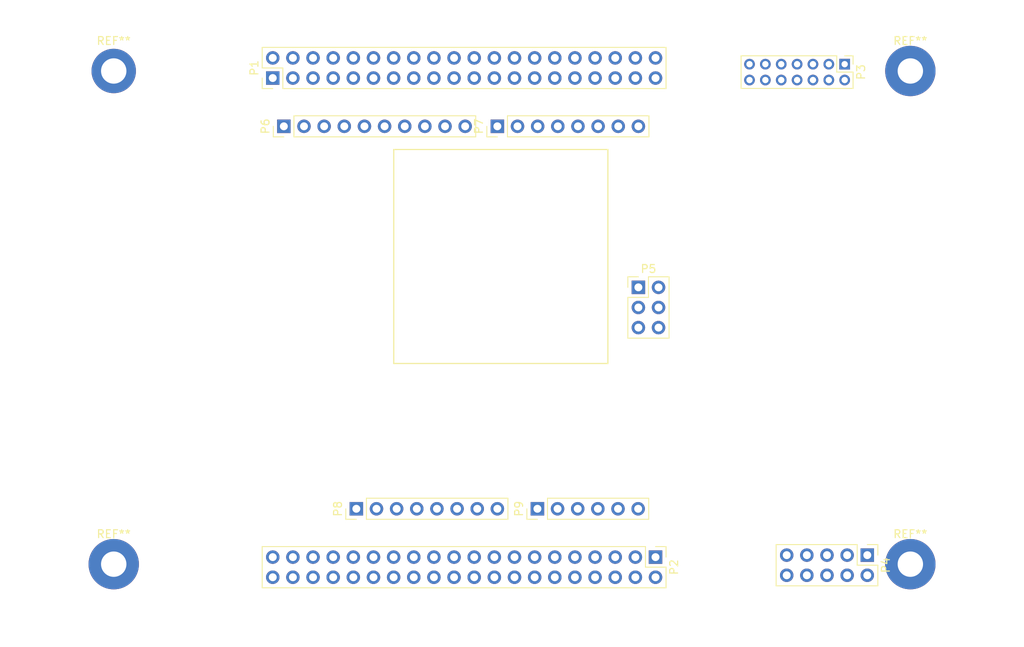
<source format=kicad_pcb>
(kicad_pcb (version 20171130) (host pcbnew "(5.1.4)-1")

  (general
    (thickness 1.6)
    (drawings 35)
    (tracks 0)
    (zones 0)
    (modules 13)
    (nets 143)
  )

  (page A4)
  (layers
    (0 F.Cu signal)
    (31 B.Cu signal)
    (32 B.Adhes user)
    (33 F.Adhes user)
    (34 B.Paste user)
    (35 F.Paste user)
    (36 B.SilkS user)
    (37 F.SilkS user)
    (38 B.Mask user)
    (39 F.Mask user)
    (40 Dwgs.User user)
    (41 Cmts.User user)
    (42 Eco1.User user)
    (43 Eco2.User user)
    (44 Edge.Cuts user)
    (45 Margin user)
    (46 B.CrtYd user)
    (47 F.CrtYd user)
    (48 B.Fab user)
    (49 F.Fab user)
  )

  (setup
    (last_trace_width 0.25)
    (trace_clearance 0.2)
    (zone_clearance 0.508)
    (zone_45_only no)
    (trace_min 0.2)
    (via_size 0.8)
    (via_drill 0.4)
    (via_min_size 0.4)
    (via_min_drill 0.3)
    (uvia_size 0.3)
    (uvia_drill 0.1)
    (uvias_allowed no)
    (uvia_min_size 0.2)
    (uvia_min_drill 0.1)
    (edge_width 0.15)
    (segment_width 0.2)
    (pcb_text_width 0.3)
    (pcb_text_size 1.5 1.5)
    (mod_edge_width 0.15)
    (mod_text_size 1 1)
    (mod_text_width 0.15)
    (pad_size 1.7 1.7)
    (pad_drill 1)
    (pad_to_mask_clearance 0.051)
    (solder_mask_min_width 0.25)
    (aux_axis_origin 64.77 110.49)
    (visible_elements 7FFFEFFF)
    (pcbplotparams
      (layerselection 0x010fc_ffffffff)
      (usegerberextensions false)
      (usegerberattributes false)
      (usegerberadvancedattributes false)
      (creategerberjobfile false)
      (excludeedgelayer true)
      (linewidth 0.100000)
      (plotframeref false)
      (viasonmask false)
      (mode 1)
      (useauxorigin false)
      (hpglpennumber 1)
      (hpglpenspeed 20)
      (hpglpendiameter 15.000000)
      (psnegative false)
      (psa4output false)
      (plotreference true)
      (plotvalue true)
      (plotinvisibletext false)
      (padsonsilk false)
      (subtractmaskfromsilk false)
      (outputformat 1)
      (mirror false)
      (drillshape 1)
      (scaleselection 1)
      (outputdirectory ""))
  )

  (net 0 "")
  (net 1 "Net-(P1-Pad1)")
  (net 2 "Net-(P1-Pad2)")
  (net 3 "Net-(P1-Pad3)")
  (net 4 "Net-(P1-Pad4)")
  (net 5 "Net-(P1-Pad5)")
  (net 6 "Net-(P1-Pad6)")
  (net 7 "Net-(P1-Pad7)")
  (net 8 "Net-(P1-Pad8)")
  (net 9 "Net-(P1-Pad9)")
  (net 10 "Net-(P1-Pad10)")
  (net 11 "Net-(P1-Pad11)")
  (net 12 "Net-(P1-Pad12)")
  (net 13 "Net-(P1-Pad13)")
  (net 14 "Net-(P1-Pad14)")
  (net 15 "Net-(P1-Pad15)")
  (net 16 "Net-(P1-Pad16)")
  (net 17 "Net-(P1-Pad17)")
  (net 18 "Net-(P1-Pad18)")
  (net 19 "Net-(P1-Pad19)")
  (net 20 "Net-(P1-Pad20)")
  (net 21 "Net-(P1-Pad21)")
  (net 22 "Net-(P1-Pad22)")
  (net 23 "Net-(P1-Pad23)")
  (net 24 "Net-(P1-Pad24)")
  (net 25 "Net-(P1-Pad25)")
  (net 26 "Net-(P1-Pad26)")
  (net 27 "Net-(P1-Pad27)")
  (net 28 "Net-(P1-Pad28)")
  (net 29 "Net-(P1-Pad29)")
  (net 30 "Net-(P1-Pad30)")
  (net 31 "Net-(P1-Pad31)")
  (net 32 "Net-(P1-Pad32)")
  (net 33 "Net-(P1-Pad33)")
  (net 34 "Net-(P1-Pad34)")
  (net 35 "Net-(P1-Pad35)")
  (net 36 "Net-(P1-Pad36)")
  (net 37 "Net-(P1-Pad37)")
  (net 38 "Net-(P1-Pad38)")
  (net 39 "Net-(P1-Pad39)")
  (net 40 "Net-(P1-Pad40)")
  (net 41 "Net-(P2-Pad40)")
  (net 42 "Net-(P2-Pad39)")
  (net 43 "Net-(P2-Pad38)")
  (net 44 "Net-(P2-Pad37)")
  (net 45 "Net-(P2-Pad36)")
  (net 46 "Net-(P2-Pad35)")
  (net 47 "Net-(P2-Pad34)")
  (net 48 "Net-(P2-Pad33)")
  (net 49 "Net-(P2-Pad32)")
  (net 50 "Net-(P2-Pad31)")
  (net 51 "Net-(P2-Pad30)")
  (net 52 "Net-(P2-Pad29)")
  (net 53 "Net-(P2-Pad28)")
  (net 54 "Net-(P2-Pad27)")
  (net 55 "Net-(P2-Pad26)")
  (net 56 "Net-(P2-Pad25)")
  (net 57 "Net-(P2-Pad24)")
  (net 58 "Net-(P2-Pad23)")
  (net 59 "Net-(P2-Pad22)")
  (net 60 "Net-(P2-Pad21)")
  (net 61 "Net-(P2-Pad20)")
  (net 62 "Net-(P2-Pad19)")
  (net 63 "Net-(P2-Pad18)")
  (net 64 "Net-(P2-Pad17)")
  (net 65 "Net-(P2-Pad16)")
  (net 66 "Net-(P2-Pad15)")
  (net 67 "Net-(P2-Pad14)")
  (net 68 "Net-(P2-Pad13)")
  (net 69 "Net-(P2-Pad12)")
  (net 70 "Net-(P2-Pad11)")
  (net 71 "Net-(P2-Pad10)")
  (net 72 "Net-(P2-Pad9)")
  (net 73 "Net-(P2-Pad8)")
  (net 74 "Net-(P2-Pad7)")
  (net 75 "Net-(P2-Pad6)")
  (net 76 "Net-(P2-Pad5)")
  (net 77 "Net-(P2-Pad4)")
  (net 78 "Net-(P2-Pad3)")
  (net 79 "Net-(P2-Pad2)")
  (net 80 "Net-(P2-Pad1)")
  (net 81 "Net-(P3-Pad1)")
  (net 82 "Net-(P3-Pad2)")
  (net 83 "Net-(P3-Pad3)")
  (net 84 "Net-(P3-Pad4)")
  (net 85 "Net-(P3-Pad5)")
  (net 86 "Net-(P3-Pad6)")
  (net 87 "Net-(P3-Pad7)")
  (net 88 "Net-(P3-Pad8)")
  (net 89 "Net-(P3-Pad9)")
  (net 90 "Net-(P3-Pad10)")
  (net 91 "Net-(P3-Pad11)")
  (net 92 "Net-(P3-Pad12)")
  (net 93 "Net-(P3-Pad13)")
  (net 94 "Net-(P3-Pad14)")
  (net 95 "Net-(P4-Pad1)")
  (net 96 "Net-(P4-Pad2)")
  (net 97 "Net-(P4-Pad3)")
  (net 98 "Net-(P4-Pad4)")
  (net 99 "Net-(P4-Pad5)")
  (net 100 "Net-(P4-Pad6)")
  (net 101 "Net-(P4-Pad7)")
  (net 102 "Net-(P4-Pad8)")
  (net 103 "Net-(P4-Pad9)")
  (net 104 "Net-(P4-Pad10)")
  (net 105 "Net-(P5-Pad1)")
  (net 106 "Net-(P5-Pad2)")
  (net 107 "Net-(P5-Pad3)")
  (net 108 "Net-(P5-Pad4)")
  (net 109 "Net-(P5-Pad5)")
  (net 110 "Net-(P5-Pad6)")
  (net 111 "Net-(P6-Pad1)")
  (net 112 "Net-(P6-Pad2)")
  (net 113 "Net-(P6-Pad3)")
  (net 114 "Net-(P6-Pad4)")
  (net 115 "Net-(P6-Pad5)")
  (net 116 "Net-(P6-Pad6)")
  (net 117 "Net-(P6-Pad7)")
  (net 118 "Net-(P6-Pad8)")
  (net 119 "Net-(P6-Pad9)")
  (net 120 "Net-(P6-Pad10)")
  (net 121 "Net-(P7-Pad8)")
  (net 122 "Net-(P7-Pad7)")
  (net 123 "Net-(P7-Pad6)")
  (net 124 "Net-(P7-Pad5)")
  (net 125 "Net-(P7-Pad4)")
  (net 126 "Net-(P7-Pad3)")
  (net 127 "Net-(P7-Pad2)")
  (net 128 "Net-(P7-Pad1)")
  (net 129 "Net-(P8-Pad1)")
  (net 130 "Net-(P8-Pad2)")
  (net 131 "Net-(P8-Pad3)")
  (net 132 "Net-(P8-Pad4)")
  (net 133 "Net-(P8-Pad5)")
  (net 134 "Net-(P8-Pad6)")
  (net 135 "Net-(P8-Pad7)")
  (net 136 "Net-(P8-Pad8)")
  (net 137 "Net-(P9-Pad1)")
  (net 138 "Net-(P9-Pad2)")
  (net 139 "Net-(P9-Pad3)")
  (net 140 "Net-(P9-Pad4)")
  (net 141 "Net-(P9-Pad5)")
  (net 142 "Net-(P9-Pad6)")

  (net_class Default "Ceci est la Netclass par défaut."
    (clearance 0.2)
    (trace_width 0.25)
    (via_dia 0.8)
    (via_drill 0.4)
    (uvia_dia 0.3)
    (uvia_drill 0.1)
    (add_net "Net-(P1-Pad1)")
    (add_net "Net-(P1-Pad10)")
    (add_net "Net-(P1-Pad11)")
    (add_net "Net-(P1-Pad12)")
    (add_net "Net-(P1-Pad13)")
    (add_net "Net-(P1-Pad14)")
    (add_net "Net-(P1-Pad15)")
    (add_net "Net-(P1-Pad16)")
    (add_net "Net-(P1-Pad17)")
    (add_net "Net-(P1-Pad18)")
    (add_net "Net-(P1-Pad19)")
    (add_net "Net-(P1-Pad2)")
    (add_net "Net-(P1-Pad20)")
    (add_net "Net-(P1-Pad21)")
    (add_net "Net-(P1-Pad22)")
    (add_net "Net-(P1-Pad23)")
    (add_net "Net-(P1-Pad24)")
    (add_net "Net-(P1-Pad25)")
    (add_net "Net-(P1-Pad26)")
    (add_net "Net-(P1-Pad27)")
    (add_net "Net-(P1-Pad28)")
    (add_net "Net-(P1-Pad29)")
    (add_net "Net-(P1-Pad3)")
    (add_net "Net-(P1-Pad30)")
    (add_net "Net-(P1-Pad31)")
    (add_net "Net-(P1-Pad32)")
    (add_net "Net-(P1-Pad33)")
    (add_net "Net-(P1-Pad34)")
    (add_net "Net-(P1-Pad35)")
    (add_net "Net-(P1-Pad36)")
    (add_net "Net-(P1-Pad37)")
    (add_net "Net-(P1-Pad38)")
    (add_net "Net-(P1-Pad39)")
    (add_net "Net-(P1-Pad4)")
    (add_net "Net-(P1-Pad40)")
    (add_net "Net-(P1-Pad5)")
    (add_net "Net-(P1-Pad6)")
    (add_net "Net-(P1-Pad7)")
    (add_net "Net-(P1-Pad8)")
    (add_net "Net-(P1-Pad9)")
    (add_net "Net-(P2-Pad1)")
    (add_net "Net-(P2-Pad10)")
    (add_net "Net-(P2-Pad11)")
    (add_net "Net-(P2-Pad12)")
    (add_net "Net-(P2-Pad13)")
    (add_net "Net-(P2-Pad14)")
    (add_net "Net-(P2-Pad15)")
    (add_net "Net-(P2-Pad16)")
    (add_net "Net-(P2-Pad17)")
    (add_net "Net-(P2-Pad18)")
    (add_net "Net-(P2-Pad19)")
    (add_net "Net-(P2-Pad2)")
    (add_net "Net-(P2-Pad20)")
    (add_net "Net-(P2-Pad21)")
    (add_net "Net-(P2-Pad22)")
    (add_net "Net-(P2-Pad23)")
    (add_net "Net-(P2-Pad24)")
    (add_net "Net-(P2-Pad25)")
    (add_net "Net-(P2-Pad26)")
    (add_net "Net-(P2-Pad27)")
    (add_net "Net-(P2-Pad28)")
    (add_net "Net-(P2-Pad29)")
    (add_net "Net-(P2-Pad3)")
    (add_net "Net-(P2-Pad30)")
    (add_net "Net-(P2-Pad31)")
    (add_net "Net-(P2-Pad32)")
    (add_net "Net-(P2-Pad33)")
    (add_net "Net-(P2-Pad34)")
    (add_net "Net-(P2-Pad35)")
    (add_net "Net-(P2-Pad36)")
    (add_net "Net-(P2-Pad37)")
    (add_net "Net-(P2-Pad38)")
    (add_net "Net-(P2-Pad39)")
    (add_net "Net-(P2-Pad4)")
    (add_net "Net-(P2-Pad40)")
    (add_net "Net-(P2-Pad5)")
    (add_net "Net-(P2-Pad6)")
    (add_net "Net-(P2-Pad7)")
    (add_net "Net-(P2-Pad8)")
    (add_net "Net-(P2-Pad9)")
    (add_net "Net-(P3-Pad1)")
    (add_net "Net-(P3-Pad10)")
    (add_net "Net-(P3-Pad11)")
    (add_net "Net-(P3-Pad12)")
    (add_net "Net-(P3-Pad13)")
    (add_net "Net-(P3-Pad14)")
    (add_net "Net-(P3-Pad2)")
    (add_net "Net-(P3-Pad3)")
    (add_net "Net-(P3-Pad4)")
    (add_net "Net-(P3-Pad5)")
    (add_net "Net-(P3-Pad6)")
    (add_net "Net-(P3-Pad7)")
    (add_net "Net-(P3-Pad8)")
    (add_net "Net-(P3-Pad9)")
    (add_net "Net-(P4-Pad1)")
    (add_net "Net-(P4-Pad10)")
    (add_net "Net-(P4-Pad2)")
    (add_net "Net-(P4-Pad3)")
    (add_net "Net-(P4-Pad4)")
    (add_net "Net-(P4-Pad5)")
    (add_net "Net-(P4-Pad6)")
    (add_net "Net-(P4-Pad7)")
    (add_net "Net-(P4-Pad8)")
    (add_net "Net-(P4-Pad9)")
    (add_net "Net-(P5-Pad1)")
    (add_net "Net-(P5-Pad2)")
    (add_net "Net-(P5-Pad3)")
    (add_net "Net-(P5-Pad4)")
    (add_net "Net-(P5-Pad5)")
    (add_net "Net-(P5-Pad6)")
    (add_net "Net-(P6-Pad1)")
    (add_net "Net-(P6-Pad10)")
    (add_net "Net-(P6-Pad2)")
    (add_net "Net-(P6-Pad3)")
    (add_net "Net-(P6-Pad4)")
    (add_net "Net-(P6-Pad5)")
    (add_net "Net-(P6-Pad6)")
    (add_net "Net-(P6-Pad7)")
    (add_net "Net-(P6-Pad8)")
    (add_net "Net-(P6-Pad9)")
    (add_net "Net-(P7-Pad1)")
    (add_net "Net-(P7-Pad2)")
    (add_net "Net-(P7-Pad3)")
    (add_net "Net-(P7-Pad4)")
    (add_net "Net-(P7-Pad5)")
    (add_net "Net-(P7-Pad6)")
    (add_net "Net-(P7-Pad7)")
    (add_net "Net-(P7-Pad8)")
    (add_net "Net-(P8-Pad1)")
    (add_net "Net-(P8-Pad2)")
    (add_net "Net-(P8-Pad3)")
    (add_net "Net-(P8-Pad4)")
    (add_net "Net-(P8-Pad5)")
    (add_net "Net-(P8-Pad6)")
    (add_net "Net-(P8-Pad7)")
    (add_net "Net-(P8-Pad8)")
    (add_net "Net-(P9-Pad1)")
    (add_net "Net-(P9-Pad2)")
    (add_net "Net-(P9-Pad3)")
    (add_net "Net-(P9-Pad4)")
    (add_net "Net-(P9-Pad5)")
    (add_net "Net-(P9-Pad6)")
  )

  (module Pin_Headers:Pin_Header_Straight_1x08_Pitch2.54mm (layer F.Cu) (tedit 59650532) (tstamp 5D5B09C9)
    (at 48.37 -55.25 90)
    (descr "Through hole straight pin header, 1x08, 2.54mm pitch, single row")
    (tags "Through hole pin header THT 1x08 2.54mm single row")
    (path /5D5B5D9E)
    (fp_text reference P7 (at 0 -2.33 90) (layer F.SilkS)
      (effects (font (size 1 1) (thickness 0.15)))
    )
    (fp_text value Conn_01x08 (at 0 20.11 90) (layer F.Fab)
      (effects (font (size 1 1) (thickness 0.15)))
    )
    (fp_text user %R (at 0 8.89 180) (layer F.Fab)
      (effects (font (size 1 1) (thickness 0.15)))
    )
    (fp_line (start 1.8 -1.8) (end -1.8 -1.8) (layer F.CrtYd) (width 0.05))
    (fp_line (start 1.8 19.55) (end 1.8 -1.8) (layer F.CrtYd) (width 0.05))
    (fp_line (start -1.8 19.55) (end 1.8 19.55) (layer F.CrtYd) (width 0.05))
    (fp_line (start -1.8 -1.8) (end -1.8 19.55) (layer F.CrtYd) (width 0.05))
    (fp_line (start -1.33 -1.33) (end 0 -1.33) (layer F.SilkS) (width 0.12))
    (fp_line (start -1.33 0) (end -1.33 -1.33) (layer F.SilkS) (width 0.12))
    (fp_line (start -1.33 1.27) (end 1.33 1.27) (layer F.SilkS) (width 0.12))
    (fp_line (start 1.33 1.27) (end 1.33 19.11) (layer F.SilkS) (width 0.12))
    (fp_line (start -1.33 1.27) (end -1.33 19.11) (layer F.SilkS) (width 0.12))
    (fp_line (start -1.33 19.11) (end 1.33 19.11) (layer F.SilkS) (width 0.12))
    (fp_line (start -1.27 -0.635) (end -0.635 -1.27) (layer F.Fab) (width 0.1))
    (fp_line (start -1.27 19.05) (end -1.27 -0.635) (layer F.Fab) (width 0.1))
    (fp_line (start 1.27 19.05) (end -1.27 19.05) (layer F.Fab) (width 0.1))
    (fp_line (start 1.27 -1.27) (end 1.27 19.05) (layer F.Fab) (width 0.1))
    (fp_line (start -0.635 -1.27) (end 1.27 -1.27) (layer F.Fab) (width 0.1))
    (pad 8 thru_hole oval (at 0 17.78 90) (size 1.7 1.7) (drill 1) (layers *.Cu *.Mask)
      (net 121 "Net-(P7-Pad8)"))
    (pad 7 thru_hole oval (at 0 15.24 90) (size 1.7 1.7) (drill 1) (layers *.Cu *.Mask)
      (net 122 "Net-(P7-Pad7)"))
    (pad 6 thru_hole oval (at 0 12.7 90) (size 1.7 1.7) (drill 1) (layers *.Cu *.Mask)
      (net 123 "Net-(P7-Pad6)"))
    (pad 5 thru_hole oval (at 0 10.16 90) (size 1.7 1.7) (drill 1) (layers *.Cu *.Mask)
      (net 124 "Net-(P7-Pad5)"))
    (pad 4 thru_hole oval (at 0 7.62 90) (size 1.7 1.7) (drill 1) (layers *.Cu *.Mask)
      (net 125 "Net-(P7-Pad4)"))
    (pad 3 thru_hole oval (at 0 5.08 90) (size 1.7 1.7) (drill 1) (layers *.Cu *.Mask)
      (net 126 "Net-(P7-Pad3)"))
    (pad 2 thru_hole oval (at 0 2.54 90) (size 1.7 1.7) (drill 1) (layers *.Cu *.Mask)
      (net 127 "Net-(P7-Pad2)"))
    (pad 1 thru_hole rect (at 0 0 90) (size 1.7 1.7) (drill 1) (layers *.Cu *.Mask)
      (net 128 "Net-(P7-Pad1)"))
    (model ${KISYS3DMOD}/Pin_Headers.3dshapes/Pin_Header_Straight_1x08_Pitch2.54mm.wrl
      (at (xyz 0 0 0))
      (scale (xyz 1 1 1))
      (rotate (xyz 0 0 0))
    )
  )

  (module Mounting_Holes:MountingHole_3.2mm_M3_DIN965_Pad (layer F.Cu) (tedit 5D59D578) (tstamp 5D59FA23)
    (at 100.44 -62.23)
    (descr "Mounting Hole 3.2mm, M3, DIN965")
    (tags "mounting hole 3.2mm m3 din965")
    (attr virtual)
    (fp_text reference REF** (at 0 -3.8) (layer F.SilkS)
      (effects (font (size 1 1) (thickness 0.15)))
    )
    (fp_text value MountingHole_3.2mm_M3_DIN965_Pad (at 0 3.8) (layer F.Fab)
      (effects (font (size 1 1) (thickness 0.15)))
    )
    (fp_circle (center 0 0) (end 3.05 0) (layer F.CrtYd) (width 0.05))
    (fp_circle (center 0 0) (end 2.8 0) (layer Cmts.User) (width 0.15))
    (fp_text user %R (at 0.3 0) (layer F.Fab)
      (effects (font (size 1 1) (thickness 0.15)))
    )
    (pad 1 thru_hole circle (at 0 0) (size 6.35 6.35) (drill 3.2) (layers *.Cu *.Mask))
  )

  (module Pin_Headers:Pin_Header_Straight_2x20_Pitch2.54mm (layer F.Cu) (tedit 59650533) (tstamp 5D59D985)
    (at 68.31 -0.89 270)
    (descr "Through hole straight pin header, 2x20, 2.54mm pitch, double rows")
    (tags "Through hole pin header THT 2x20 2.54mm double row")
    (path /5D5AF782)
    (fp_text reference P2 (at 1.27 -2.33 270) (layer F.SilkS)
      (effects (font (size 1 1) (thickness 0.15)))
    )
    (fp_text value Conn_02x20_Odd_Even (at 1.27 50.59 270) (layer F.Fab)
      (effects (font (size 1 1) (thickness 0.15)))
    )
    (fp_text user %R (at 1.27 24.13) (layer F.Fab)
      (effects (font (size 1 1) (thickness 0.15)))
    )
    (fp_line (start 4.35 -1.8) (end -1.8 -1.8) (layer F.CrtYd) (width 0.05))
    (fp_line (start 4.35 50.05) (end 4.35 -1.8) (layer F.CrtYd) (width 0.05))
    (fp_line (start -1.8 50.05) (end 4.35 50.05) (layer F.CrtYd) (width 0.05))
    (fp_line (start -1.8 -1.8) (end -1.8 50.05) (layer F.CrtYd) (width 0.05))
    (fp_line (start -1.33 -1.33) (end 0 -1.33) (layer F.SilkS) (width 0.12))
    (fp_line (start -1.33 0) (end -1.33 -1.33) (layer F.SilkS) (width 0.12))
    (fp_line (start 1.27 -1.33) (end 3.87 -1.33) (layer F.SilkS) (width 0.12))
    (fp_line (start 1.27 1.27) (end 1.27 -1.33) (layer F.SilkS) (width 0.12))
    (fp_line (start -1.33 1.27) (end 1.27 1.27) (layer F.SilkS) (width 0.12))
    (fp_line (start 3.87 -1.33) (end 3.87 49.59) (layer F.SilkS) (width 0.12))
    (fp_line (start -1.33 1.27) (end -1.33 49.59) (layer F.SilkS) (width 0.12))
    (fp_line (start -1.33 49.59) (end 3.87 49.59) (layer F.SilkS) (width 0.12))
    (fp_line (start -1.27 0) (end 0 -1.27) (layer F.Fab) (width 0.1))
    (fp_line (start -1.27 49.53) (end -1.27 0) (layer F.Fab) (width 0.1))
    (fp_line (start 3.81 49.53) (end -1.27 49.53) (layer F.Fab) (width 0.1))
    (fp_line (start 3.81 -1.27) (end 3.81 49.53) (layer F.Fab) (width 0.1))
    (fp_line (start 0 -1.27) (end 3.81 -1.27) (layer F.Fab) (width 0.1))
    (pad 40 thru_hole oval (at 2.54 48.26 270) (size 1.7 1.7) (drill 1) (layers *.Cu *.Mask)
      (net 41 "Net-(P2-Pad40)"))
    (pad 39 thru_hole oval (at 0 48.26 270) (size 1.7 1.7) (drill 1) (layers *.Cu *.Mask)
      (net 42 "Net-(P2-Pad39)"))
    (pad 38 thru_hole oval (at 2.54 45.72 270) (size 1.7 1.7) (drill 1) (layers *.Cu *.Mask)
      (net 43 "Net-(P2-Pad38)"))
    (pad 37 thru_hole oval (at 0 45.72 270) (size 1.7 1.7) (drill 1) (layers *.Cu *.Mask)
      (net 44 "Net-(P2-Pad37)"))
    (pad 36 thru_hole oval (at 2.54 43.18 270) (size 1.7 1.7) (drill 1) (layers *.Cu *.Mask)
      (net 45 "Net-(P2-Pad36)"))
    (pad 35 thru_hole oval (at 0 43.18 270) (size 1.7 1.7) (drill 1) (layers *.Cu *.Mask)
      (net 46 "Net-(P2-Pad35)"))
    (pad 34 thru_hole oval (at 2.54 40.64 270) (size 1.7 1.7) (drill 1) (layers *.Cu *.Mask)
      (net 47 "Net-(P2-Pad34)"))
    (pad 33 thru_hole oval (at 0 40.64 270) (size 1.7 1.7) (drill 1) (layers *.Cu *.Mask)
      (net 48 "Net-(P2-Pad33)"))
    (pad 32 thru_hole oval (at 2.54 38.1 270) (size 1.7 1.7) (drill 1) (layers *.Cu *.Mask)
      (net 49 "Net-(P2-Pad32)"))
    (pad 31 thru_hole oval (at 0 38.1 270) (size 1.7 1.7) (drill 1) (layers *.Cu *.Mask)
      (net 50 "Net-(P2-Pad31)"))
    (pad 30 thru_hole oval (at 2.54 35.56 270) (size 1.7 1.7) (drill 1) (layers *.Cu *.Mask)
      (net 51 "Net-(P2-Pad30)"))
    (pad 29 thru_hole oval (at 0 35.56 270) (size 1.7 1.7) (drill 1) (layers *.Cu *.Mask)
      (net 52 "Net-(P2-Pad29)"))
    (pad 28 thru_hole oval (at 2.54 33.02 270) (size 1.7 1.7) (drill 1) (layers *.Cu *.Mask)
      (net 53 "Net-(P2-Pad28)"))
    (pad 27 thru_hole oval (at 0 33.02 270) (size 1.7 1.7) (drill 1) (layers *.Cu *.Mask)
      (net 54 "Net-(P2-Pad27)"))
    (pad 26 thru_hole oval (at 2.54 30.48 270) (size 1.7 1.7) (drill 1) (layers *.Cu *.Mask)
      (net 55 "Net-(P2-Pad26)"))
    (pad 25 thru_hole oval (at 0 30.48 270) (size 1.7 1.7) (drill 1) (layers *.Cu *.Mask)
      (net 56 "Net-(P2-Pad25)"))
    (pad 24 thru_hole oval (at 2.54 27.94 270) (size 1.7 1.7) (drill 1) (layers *.Cu *.Mask)
      (net 57 "Net-(P2-Pad24)"))
    (pad 23 thru_hole oval (at 0 27.94 270) (size 1.7 1.7) (drill 1) (layers *.Cu *.Mask)
      (net 58 "Net-(P2-Pad23)"))
    (pad 22 thru_hole oval (at 2.54 25.4 270) (size 1.7 1.7) (drill 1) (layers *.Cu *.Mask)
      (net 59 "Net-(P2-Pad22)"))
    (pad 21 thru_hole oval (at 0 25.4 270) (size 1.7 1.7) (drill 1) (layers *.Cu *.Mask)
      (net 60 "Net-(P2-Pad21)"))
    (pad 20 thru_hole oval (at 2.54 22.86 270) (size 1.7 1.7) (drill 1) (layers *.Cu *.Mask)
      (net 61 "Net-(P2-Pad20)"))
    (pad 19 thru_hole oval (at 0 22.86 270) (size 1.7 1.7) (drill 1) (layers *.Cu *.Mask)
      (net 62 "Net-(P2-Pad19)"))
    (pad 18 thru_hole oval (at 2.54 20.32 270) (size 1.7 1.7) (drill 1) (layers *.Cu *.Mask)
      (net 63 "Net-(P2-Pad18)"))
    (pad 17 thru_hole oval (at 0 20.32 270) (size 1.7 1.7) (drill 1) (layers *.Cu *.Mask)
      (net 64 "Net-(P2-Pad17)"))
    (pad 16 thru_hole oval (at 2.54 17.78 270) (size 1.7 1.7) (drill 1) (layers *.Cu *.Mask)
      (net 65 "Net-(P2-Pad16)"))
    (pad 15 thru_hole oval (at 0 17.78 270) (size 1.7 1.7) (drill 1) (layers *.Cu *.Mask)
      (net 66 "Net-(P2-Pad15)"))
    (pad 14 thru_hole oval (at 2.54 15.24 270) (size 1.7 1.7) (drill 1) (layers *.Cu *.Mask)
      (net 67 "Net-(P2-Pad14)"))
    (pad 13 thru_hole oval (at 0 15.24 270) (size 1.7 1.7) (drill 1) (layers *.Cu *.Mask)
      (net 68 "Net-(P2-Pad13)"))
    (pad 12 thru_hole oval (at 2.54 12.7 270) (size 1.7 1.7) (drill 1) (layers *.Cu *.Mask)
      (net 69 "Net-(P2-Pad12)"))
    (pad 11 thru_hole oval (at 0 12.7 270) (size 1.7 1.7) (drill 1) (layers *.Cu *.Mask)
      (net 70 "Net-(P2-Pad11)"))
    (pad 10 thru_hole oval (at 2.54 10.16 270) (size 1.7 1.7) (drill 1) (layers *.Cu *.Mask)
      (net 71 "Net-(P2-Pad10)"))
    (pad 9 thru_hole oval (at 0 10.16 270) (size 1.7 1.7) (drill 1) (layers *.Cu *.Mask)
      (net 72 "Net-(P2-Pad9)"))
    (pad 8 thru_hole oval (at 2.54 7.62 270) (size 1.7 1.7) (drill 1) (layers *.Cu *.Mask)
      (net 73 "Net-(P2-Pad8)"))
    (pad 7 thru_hole oval (at 0 7.62 270) (size 1.7 1.7) (drill 1) (layers *.Cu *.Mask)
      (net 74 "Net-(P2-Pad7)"))
    (pad 6 thru_hole oval (at 2.54 5.08 270) (size 1.7 1.7) (drill 1) (layers *.Cu *.Mask)
      (net 75 "Net-(P2-Pad6)"))
    (pad 5 thru_hole oval (at 0 5.08 270) (size 1.7 1.7) (drill 1) (layers *.Cu *.Mask)
      (net 76 "Net-(P2-Pad5)"))
    (pad 4 thru_hole oval (at 2.54 2.54 270) (size 1.7 1.7) (drill 1) (layers *.Cu *.Mask)
      (net 77 "Net-(P2-Pad4)"))
    (pad 3 thru_hole oval (at 0 2.54 270) (size 1.7 1.7) (drill 1) (layers *.Cu *.Mask)
      (net 78 "Net-(P2-Pad3)"))
    (pad 2 thru_hole oval (at 2.54 0 270) (size 1.7 1.7) (drill 1) (layers *.Cu *.Mask)
      (net 79 "Net-(P2-Pad2)"))
    (pad 1 thru_hole rect (at 0 0 270) (size 1.7 1.7) (drill 1) (layers *.Cu *.Mask)
      (net 80 "Net-(P2-Pad1)"))
    (model ${KISYS3DMOD}/Pin_Headers.3dshapes/Pin_Header_Straight_2x20_Pitch2.54mm.wrl
      (at (xyz 0 0 0))
      (scale (xyz 1 1 1))
      (rotate (xyz 0 0 0))
    )
  )

  (module Pin_Headers:Pin_Header_Straight_2x20_Pitch2.54mm (layer F.Cu) (tedit 59650533) (tstamp 5D59D684)
    (at 20.05 -61.34 90)
    (descr "Through hole straight pin header, 2x20, 2.54mm pitch, double rows")
    (tags "Through hole pin header THT 2x20 2.54mm double row")
    (path /5D5ADC76)
    (fp_text reference P1 (at 1.27 -2.33 90) (layer F.SilkS)
      (effects (font (size 1 1) (thickness 0.15)))
    )
    (fp_text value Conn_02x20_Odd_Even (at 1.27 50.59 90) (layer F.Fab)
      (effects (font (size 1 1) (thickness 0.15)))
    )
    (fp_line (start 0 -1.27) (end 3.81 -1.27) (layer F.Fab) (width 0.1))
    (fp_line (start 3.81 -1.27) (end 3.81 49.53) (layer F.Fab) (width 0.1))
    (fp_line (start 3.81 49.53) (end -1.27 49.53) (layer F.Fab) (width 0.1))
    (fp_line (start -1.27 49.53) (end -1.27 0) (layer F.Fab) (width 0.1))
    (fp_line (start -1.27 0) (end 0 -1.27) (layer F.Fab) (width 0.1))
    (fp_line (start -1.33 49.59) (end 3.87 49.59) (layer F.SilkS) (width 0.12))
    (fp_line (start -1.33 1.27) (end -1.33 49.59) (layer F.SilkS) (width 0.12))
    (fp_line (start 3.87 -1.33) (end 3.87 49.59) (layer F.SilkS) (width 0.12))
    (fp_line (start -1.33 1.27) (end 1.27 1.27) (layer F.SilkS) (width 0.12))
    (fp_line (start 1.27 1.27) (end 1.27 -1.33) (layer F.SilkS) (width 0.12))
    (fp_line (start 1.27 -1.33) (end 3.87 -1.33) (layer F.SilkS) (width 0.12))
    (fp_line (start -1.33 0) (end -1.33 -1.33) (layer F.SilkS) (width 0.12))
    (fp_line (start -1.33 -1.33) (end 0 -1.33) (layer F.SilkS) (width 0.12))
    (fp_line (start -1.8 -1.8) (end -1.8 50.05) (layer F.CrtYd) (width 0.05))
    (fp_line (start -1.8 50.05) (end 4.35 50.05) (layer F.CrtYd) (width 0.05))
    (fp_line (start 4.35 50.05) (end 4.35 -1.8) (layer F.CrtYd) (width 0.05))
    (fp_line (start 4.35 -1.8) (end -1.8 -1.8) (layer F.CrtYd) (width 0.05))
    (fp_text user %R (at 1.27 24.13 180) (layer F.Fab)
      (effects (font (size 1 1) (thickness 0.15)))
    )
    (pad 1 thru_hole rect (at 0 0 90) (size 1.7 1.7) (drill 1) (layers *.Cu *.Mask)
      (net 1 "Net-(P1-Pad1)"))
    (pad 2 thru_hole oval (at 2.54 0 90) (size 1.7 1.7) (drill 1) (layers *.Cu *.Mask)
      (net 2 "Net-(P1-Pad2)"))
    (pad 3 thru_hole oval (at 0 2.54 90) (size 1.7 1.7) (drill 1) (layers *.Cu *.Mask)
      (net 3 "Net-(P1-Pad3)"))
    (pad 4 thru_hole oval (at 2.54 2.54 90) (size 1.7 1.7) (drill 1) (layers *.Cu *.Mask)
      (net 4 "Net-(P1-Pad4)"))
    (pad 5 thru_hole oval (at 0 5.08 90) (size 1.7 1.7) (drill 1) (layers *.Cu *.Mask)
      (net 5 "Net-(P1-Pad5)"))
    (pad 6 thru_hole oval (at 2.54 5.08 90) (size 1.7 1.7) (drill 1) (layers *.Cu *.Mask)
      (net 6 "Net-(P1-Pad6)"))
    (pad 7 thru_hole oval (at 0 7.62 90) (size 1.7 1.7) (drill 1) (layers *.Cu *.Mask)
      (net 7 "Net-(P1-Pad7)"))
    (pad 8 thru_hole oval (at 2.54 7.62 90) (size 1.7 1.7) (drill 1) (layers *.Cu *.Mask)
      (net 8 "Net-(P1-Pad8)"))
    (pad 9 thru_hole oval (at 0 10.16 90) (size 1.7 1.7) (drill 1) (layers *.Cu *.Mask)
      (net 9 "Net-(P1-Pad9)"))
    (pad 10 thru_hole oval (at 2.54 10.16 90) (size 1.7 1.7) (drill 1) (layers *.Cu *.Mask)
      (net 10 "Net-(P1-Pad10)"))
    (pad 11 thru_hole oval (at 0 12.7 90) (size 1.7 1.7) (drill 1) (layers *.Cu *.Mask)
      (net 11 "Net-(P1-Pad11)"))
    (pad 12 thru_hole oval (at 2.54 12.7 90) (size 1.7 1.7) (drill 1) (layers *.Cu *.Mask)
      (net 12 "Net-(P1-Pad12)"))
    (pad 13 thru_hole oval (at 0 15.24 90) (size 1.7 1.7) (drill 1) (layers *.Cu *.Mask)
      (net 13 "Net-(P1-Pad13)"))
    (pad 14 thru_hole oval (at 2.54 15.24 90) (size 1.7 1.7) (drill 1) (layers *.Cu *.Mask)
      (net 14 "Net-(P1-Pad14)"))
    (pad 15 thru_hole oval (at 0 17.78 90) (size 1.7 1.7) (drill 1) (layers *.Cu *.Mask)
      (net 15 "Net-(P1-Pad15)"))
    (pad 16 thru_hole oval (at 2.54 17.78 90) (size 1.7 1.7) (drill 1) (layers *.Cu *.Mask)
      (net 16 "Net-(P1-Pad16)"))
    (pad 17 thru_hole oval (at 0 20.32 90) (size 1.7 1.7) (drill 1) (layers *.Cu *.Mask)
      (net 17 "Net-(P1-Pad17)"))
    (pad 18 thru_hole oval (at 2.54 20.32 90) (size 1.7 1.7) (drill 1) (layers *.Cu *.Mask)
      (net 18 "Net-(P1-Pad18)"))
    (pad 19 thru_hole oval (at 0 22.86 90) (size 1.7 1.7) (drill 1) (layers *.Cu *.Mask)
      (net 19 "Net-(P1-Pad19)"))
    (pad 20 thru_hole oval (at 2.54 22.86 90) (size 1.7 1.7) (drill 1) (layers *.Cu *.Mask)
      (net 20 "Net-(P1-Pad20)"))
    (pad 21 thru_hole oval (at 0 25.4 90) (size 1.7 1.7) (drill 1) (layers *.Cu *.Mask)
      (net 21 "Net-(P1-Pad21)"))
    (pad 22 thru_hole oval (at 2.54 25.4 90) (size 1.7 1.7) (drill 1) (layers *.Cu *.Mask)
      (net 22 "Net-(P1-Pad22)"))
    (pad 23 thru_hole oval (at 0 27.94 90) (size 1.7 1.7) (drill 1) (layers *.Cu *.Mask)
      (net 23 "Net-(P1-Pad23)"))
    (pad 24 thru_hole oval (at 2.54 27.94 90) (size 1.7 1.7) (drill 1) (layers *.Cu *.Mask)
      (net 24 "Net-(P1-Pad24)"))
    (pad 25 thru_hole oval (at 0 30.48 90) (size 1.7 1.7) (drill 1) (layers *.Cu *.Mask)
      (net 25 "Net-(P1-Pad25)"))
    (pad 26 thru_hole oval (at 2.54 30.48 90) (size 1.7 1.7) (drill 1) (layers *.Cu *.Mask)
      (net 26 "Net-(P1-Pad26)"))
    (pad 27 thru_hole oval (at 0 33.02 90) (size 1.7 1.7) (drill 1) (layers *.Cu *.Mask)
      (net 27 "Net-(P1-Pad27)"))
    (pad 28 thru_hole oval (at 2.54 33.02 90) (size 1.7 1.7) (drill 1) (layers *.Cu *.Mask)
      (net 28 "Net-(P1-Pad28)"))
    (pad 29 thru_hole oval (at 0 35.56 90) (size 1.7 1.7) (drill 1) (layers *.Cu *.Mask)
      (net 29 "Net-(P1-Pad29)"))
    (pad 30 thru_hole oval (at 2.54 35.56 90) (size 1.7 1.7) (drill 1) (layers *.Cu *.Mask)
      (net 30 "Net-(P1-Pad30)"))
    (pad 31 thru_hole oval (at 0 38.1 90) (size 1.7 1.7) (drill 1) (layers *.Cu *.Mask)
      (net 31 "Net-(P1-Pad31)"))
    (pad 32 thru_hole oval (at 2.54 38.1 90) (size 1.7 1.7) (drill 1) (layers *.Cu *.Mask)
      (net 32 "Net-(P1-Pad32)"))
    (pad 33 thru_hole oval (at 0 40.64 90) (size 1.7 1.7) (drill 1) (layers *.Cu *.Mask)
      (net 33 "Net-(P1-Pad33)"))
    (pad 34 thru_hole oval (at 2.54 40.64 90) (size 1.7 1.7) (drill 1) (layers *.Cu *.Mask)
      (net 34 "Net-(P1-Pad34)"))
    (pad 35 thru_hole oval (at 0 43.18 90) (size 1.7 1.7) (drill 1) (layers *.Cu *.Mask)
      (net 35 "Net-(P1-Pad35)"))
    (pad 36 thru_hole oval (at 2.54 43.18 90) (size 1.7 1.7) (drill 1) (layers *.Cu *.Mask)
      (net 36 "Net-(P1-Pad36)"))
    (pad 37 thru_hole oval (at 0 45.72 90) (size 1.7 1.7) (drill 1) (layers *.Cu *.Mask)
      (net 37 "Net-(P1-Pad37)"))
    (pad 38 thru_hole oval (at 2.54 45.72 90) (size 1.7 1.7) (drill 1) (layers *.Cu *.Mask)
      (net 38 "Net-(P1-Pad38)"))
    (pad 39 thru_hole oval (at 0 48.26 90) (size 1.7 1.7) (drill 1) (layers *.Cu *.Mask)
      (net 39 "Net-(P1-Pad39)"))
    (pad 40 thru_hole oval (at 2.54 48.26 90) (size 1.7 1.7) (drill 1) (layers *.Cu *.Mask)
      (net 40 "Net-(P1-Pad40)"))
    (model ${KISYS3DMOD}/Pin_Headers.3dshapes/Pin_Header_Straight_2x20_Pitch2.54mm.wrl
      (at (xyz 0 0 0))
      (scale (xyz 1 1 1))
      (rotate (xyz 0 0 0))
    )
  )

  (module Mounting_Holes:MountingHole_3.2mm_M3_DIN965_Pad (layer F.Cu) (tedit 56D1B4CB) (tstamp 5D59D4CB)
    (at 0 -62.23)
    (descr "Mounting Hole 3.2mm, M3, DIN965")
    (tags "mounting hole 3.2mm m3 din965")
    (attr virtual)
    (fp_text reference REF** (at 0 -3.8) (layer F.SilkS)
      (effects (font (size 1 1) (thickness 0.15)))
    )
    (fp_text value MountingHole_3.2mm_M3_DIN965_Pad (at 0 3.8) (layer F.Fab)
      (effects (font (size 1 1) (thickness 0.15)))
    )
    (fp_circle (center 0 0) (end 3.05 0) (layer F.CrtYd) (width 0.05))
    (fp_circle (center 0 0) (end 2.8 0) (layer Cmts.User) (width 0.15))
    (fp_text user %R (at 0.3 0) (layer F.Fab)
      (effects (font (size 1 1) (thickness 0.15)))
    )
    (pad 1 thru_hole circle (at 0 0) (size 5.6 5.6) (drill 3.2) (layers *.Cu *.Mask))
  )

  (module Mounting_Holes:MountingHole_3.2mm_M3_DIN965_Pad (layer F.Cu) (tedit 5D59D578) (tstamp 5D59D4AF)
    (at 100.44 0)
    (descr "Mounting Hole 3.2mm, M3, DIN965")
    (tags "mounting hole 3.2mm m3 din965")
    (attr virtual)
    (fp_text reference REF** (at 0 -3.8) (layer F.SilkS)
      (effects (font (size 1 1) (thickness 0.15)))
    )
    (fp_text value MountingHole_3.2mm_M3_DIN965_Pad (at 0 3.8) (layer F.Fab)
      (effects (font (size 1 1) (thickness 0.15)))
    )
    (fp_text user %R (at 0.3 0) (layer F.Fab)
      (effects (font (size 1 1) (thickness 0.15)))
    )
    (fp_circle (center 0 0) (end 2.8 0) (layer Cmts.User) (width 0.15))
    (fp_circle (center 0 0) (end 3.05 0) (layer F.CrtYd) (width 0.05))
    (pad 1 thru_hole circle (at 0 0) (size 6.35 6.35) (drill 3.2) (layers *.Cu *.Mask))
  )

  (module Mounting_Holes:MountingHole_3.2mm_M3_DIN965_Pad (layer F.Cu) (tedit 5D59D52F) (tstamp 5D59D4A4)
    (at 0 0)
    (descr "Mounting Hole 3.2mm, M3, DIN965")
    (tags "mounting hole 3.2mm m3 din965")
    (attr virtual)
    (fp_text reference REF** (at 0 -3.8) (layer F.SilkS)
      (effects (font (size 1 1) (thickness 0.15)))
    )
    (fp_text value MountingHole_3.2mm_M3_DIN965_Pad (at 0 3.8) (layer F.Fab)
      (effects (font (size 1 1) (thickness 0.15)))
    )
    (fp_circle (center 0 0) (end 3.05 0) (layer F.CrtYd) (width 0.05))
    (fp_circle (center 0 0) (end 2.8 0) (layer Cmts.User) (width 0.15))
    (fp_text user %R (at 0.3 0) (layer F.Fab)
      (effects (font (size 1 1) (thickness 0.15)))
    )
    (pad 1 thru_hole circle (at 0 0) (size 6.35 6.35) (drill 3.2) (layers *.Cu *.Mask))
  )

  (module Pin_Headers:Pin_Header_Straight_1x08_Pitch2.54mm (layer F.Cu) (tedit 59650532) (tstamp 5D5B0955)
    (at 30.59 -6.99 90)
    (descr "Through hole straight pin header, 1x08, 2.54mm pitch, single row")
    (tags "Through hole pin header THT 1x08 2.54mm single row")
    (path /5D5B6072)
    (fp_text reference P8 (at 0 -2.33 90) (layer F.SilkS)
      (effects (font (size 1 1) (thickness 0.15)))
    )
    (fp_text value Conn_01x08 (at 0 20.11 90) (layer F.Fab)
      (effects (font (size 1 1) (thickness 0.15)))
    )
    (fp_line (start -0.635 -1.27) (end 1.27 -1.27) (layer F.Fab) (width 0.1))
    (fp_line (start 1.27 -1.27) (end 1.27 19.05) (layer F.Fab) (width 0.1))
    (fp_line (start 1.27 19.05) (end -1.27 19.05) (layer F.Fab) (width 0.1))
    (fp_line (start -1.27 19.05) (end -1.27 -0.635) (layer F.Fab) (width 0.1))
    (fp_line (start -1.27 -0.635) (end -0.635 -1.27) (layer F.Fab) (width 0.1))
    (fp_line (start -1.33 19.11) (end 1.33 19.11) (layer F.SilkS) (width 0.12))
    (fp_line (start -1.33 1.27) (end -1.33 19.11) (layer F.SilkS) (width 0.12))
    (fp_line (start 1.33 1.27) (end 1.33 19.11) (layer F.SilkS) (width 0.12))
    (fp_line (start -1.33 1.27) (end 1.33 1.27) (layer F.SilkS) (width 0.12))
    (fp_line (start -1.33 0) (end -1.33 -1.33) (layer F.SilkS) (width 0.12))
    (fp_line (start -1.33 -1.33) (end 0 -1.33) (layer F.SilkS) (width 0.12))
    (fp_line (start -1.8 -1.8) (end -1.8 19.55) (layer F.CrtYd) (width 0.05))
    (fp_line (start -1.8 19.55) (end 1.8 19.55) (layer F.CrtYd) (width 0.05))
    (fp_line (start 1.8 19.55) (end 1.8 -1.8) (layer F.CrtYd) (width 0.05))
    (fp_line (start 1.8 -1.8) (end -1.8 -1.8) (layer F.CrtYd) (width 0.05))
    (fp_text user %R (at 0 8.89 180) (layer F.Fab)
      (effects (font (size 1 1) (thickness 0.15)))
    )
    (pad 1 thru_hole rect (at 0 0 90) (size 1.7 1.7) (drill 1) (layers *.Cu *.Mask)
      (net 129 "Net-(P8-Pad1)"))
    (pad 2 thru_hole oval (at 0 2.54 90) (size 1.7 1.7) (drill 1) (layers *.Cu *.Mask)
      (net 130 "Net-(P8-Pad2)"))
    (pad 3 thru_hole oval (at 0 5.08 90) (size 1.7 1.7) (drill 1) (layers *.Cu *.Mask)
      (net 131 "Net-(P8-Pad3)"))
    (pad 4 thru_hole oval (at 0 7.62 90) (size 1.7 1.7) (drill 1) (layers *.Cu *.Mask)
      (net 132 "Net-(P8-Pad4)"))
    (pad 5 thru_hole oval (at 0 10.16 90) (size 1.7 1.7) (drill 1) (layers *.Cu *.Mask)
      (net 133 "Net-(P8-Pad5)"))
    (pad 6 thru_hole oval (at 0 12.7 90) (size 1.7 1.7) (drill 1) (layers *.Cu *.Mask)
      (net 134 "Net-(P8-Pad6)"))
    (pad 7 thru_hole oval (at 0 15.24 90) (size 1.7 1.7) (drill 1) (layers *.Cu *.Mask)
      (net 135 "Net-(P8-Pad7)"))
    (pad 8 thru_hole oval (at 0 17.78 90) (size 1.7 1.7) (drill 1) (layers *.Cu *.Mask)
      (net 136 "Net-(P8-Pad8)"))
    (model ${KISYS3DMOD}/Pin_Headers.3dshapes/Pin_Header_Straight_1x08_Pitch2.54mm.wrl
      (at (xyz 0 0 0))
      (scale (xyz 1 1 1))
      (rotate (xyz 0 0 0))
    )
  )

  (module Pin_Headers:Pin_Header_Straight_1x06_Pitch2.54mm (layer F.Cu) (tedit 59650532) (tstamp 5D5B0A62)
    (at 53.42 -6.99 90)
    (descr "Through hole straight pin header, 1x06, 2.54mm pitch, single row")
    (tags "Through hole pin header THT 1x06 2.54mm single row")
    (path /5D5B5A83)
    (fp_text reference P9 (at 0 -2.33 90) (layer F.SilkS)
      (effects (font (size 1 1) (thickness 0.15)))
    )
    (fp_text value Conn_01x06 (at 0 15.03 90) (layer F.Fab)
      (effects (font (size 1 1) (thickness 0.15)))
    )
    (fp_line (start -0.635 -1.27) (end 1.27 -1.27) (layer F.Fab) (width 0.1))
    (fp_line (start 1.27 -1.27) (end 1.27 13.97) (layer F.Fab) (width 0.1))
    (fp_line (start 1.27 13.97) (end -1.27 13.97) (layer F.Fab) (width 0.1))
    (fp_line (start -1.27 13.97) (end -1.27 -0.635) (layer F.Fab) (width 0.1))
    (fp_line (start -1.27 -0.635) (end -0.635 -1.27) (layer F.Fab) (width 0.1))
    (fp_line (start -1.33 14.03) (end 1.33 14.03) (layer F.SilkS) (width 0.12))
    (fp_line (start -1.33 1.27) (end -1.33 14.03) (layer F.SilkS) (width 0.12))
    (fp_line (start 1.33 1.27) (end 1.33 14.03) (layer F.SilkS) (width 0.12))
    (fp_line (start -1.33 1.27) (end 1.33 1.27) (layer F.SilkS) (width 0.12))
    (fp_line (start -1.33 0) (end -1.33 -1.33) (layer F.SilkS) (width 0.12))
    (fp_line (start -1.33 -1.33) (end 0 -1.33) (layer F.SilkS) (width 0.12))
    (fp_line (start -1.8 -1.8) (end -1.8 14.5) (layer F.CrtYd) (width 0.05))
    (fp_line (start -1.8 14.5) (end 1.8 14.5) (layer F.CrtYd) (width 0.05))
    (fp_line (start 1.8 14.5) (end 1.8 -1.8) (layer F.CrtYd) (width 0.05))
    (fp_line (start 1.8 -1.8) (end -1.8 -1.8) (layer F.CrtYd) (width 0.05))
    (fp_text user %R (at 0 6.35 180) (layer F.Fab)
      (effects (font (size 1 1) (thickness 0.15)))
    )
    (pad 1 thru_hole rect (at 0 0 90) (size 1.7 1.7) (drill 1) (layers *.Cu *.Mask)
      (net 137 "Net-(P9-Pad1)"))
    (pad 2 thru_hole oval (at 0 2.54 90) (size 1.7 1.7) (drill 1) (layers *.Cu *.Mask)
      (net 138 "Net-(P9-Pad2)"))
    (pad 3 thru_hole oval (at 0 5.08 90) (size 1.7 1.7) (drill 1) (layers *.Cu *.Mask)
      (net 139 "Net-(P9-Pad3)"))
    (pad 4 thru_hole oval (at 0 7.62 90) (size 1.7 1.7) (drill 1) (layers *.Cu *.Mask)
      (net 140 "Net-(P9-Pad4)"))
    (pad 5 thru_hole oval (at 0 10.16 90) (size 1.7 1.7) (drill 1) (layers *.Cu *.Mask)
      (net 141 "Net-(P9-Pad5)"))
    (pad 6 thru_hole oval (at 0 12.7 90) (size 1.7 1.7) (drill 1) (layers *.Cu *.Mask)
      (net 142 "Net-(P9-Pad6)"))
    (model ${KISYS3DMOD}/Pin_Headers.3dshapes/Pin_Header_Straight_1x06_Pitch2.54mm.wrl
      (at (xyz 0 0 0))
      (scale (xyz 1 1 1))
      (rotate (xyz 0 0 0))
    )
  )

  (module Pin_Headers:Pin_Header_Straight_1x10_Pitch2.54mm (layer F.Cu) (tedit 59650532) (tstamp 5D5B0AC2)
    (at 21.45 -55.25 90)
    (descr "Through hole straight pin header, 1x10, 2.54mm pitch, single row")
    (tags "Through hole pin header THT 1x10 2.54mm single row")
    (path /5D5B6A5B)
    (fp_text reference P6 (at 0 -2.33 90) (layer F.SilkS)
      (effects (font (size 1 1) (thickness 0.15)))
    )
    (fp_text value Conn_01x10 (at 0 25.19 90) (layer F.Fab)
      (effects (font (size 1 1) (thickness 0.15)))
    )
    (fp_line (start -0.635 -1.27) (end 1.27 -1.27) (layer F.Fab) (width 0.1))
    (fp_line (start 1.27 -1.27) (end 1.27 24.13) (layer F.Fab) (width 0.1))
    (fp_line (start 1.27 24.13) (end -1.27 24.13) (layer F.Fab) (width 0.1))
    (fp_line (start -1.27 24.13) (end -1.27 -0.635) (layer F.Fab) (width 0.1))
    (fp_line (start -1.27 -0.635) (end -0.635 -1.27) (layer F.Fab) (width 0.1))
    (fp_line (start -1.33 24.19) (end 1.33 24.19) (layer F.SilkS) (width 0.12))
    (fp_line (start -1.33 1.27) (end -1.33 24.19) (layer F.SilkS) (width 0.12))
    (fp_line (start 1.33 1.27) (end 1.33 24.19) (layer F.SilkS) (width 0.12))
    (fp_line (start -1.33 1.27) (end 1.33 1.27) (layer F.SilkS) (width 0.12))
    (fp_line (start -1.33 0) (end -1.33 -1.33) (layer F.SilkS) (width 0.12))
    (fp_line (start -1.33 -1.33) (end 0 -1.33) (layer F.SilkS) (width 0.12))
    (fp_line (start -1.8 -1.8) (end -1.8 24.65) (layer F.CrtYd) (width 0.05))
    (fp_line (start -1.8 24.65) (end 1.8 24.65) (layer F.CrtYd) (width 0.05))
    (fp_line (start 1.8 24.65) (end 1.8 -1.8) (layer F.CrtYd) (width 0.05))
    (fp_line (start 1.8 -1.8) (end -1.8 -1.8) (layer F.CrtYd) (width 0.05))
    (fp_text user %R (at 0 11.43 180) (layer F.Fab)
      (effects (font (size 1 1) (thickness 0.15)))
    )
    (pad 1 thru_hole rect (at 0 0 90) (size 1.7 1.7) (drill 1) (layers *.Cu *.Mask)
      (net 111 "Net-(P6-Pad1)"))
    (pad 2 thru_hole oval (at 0 2.54 90) (size 1.7 1.7) (drill 1) (layers *.Cu *.Mask)
      (net 112 "Net-(P6-Pad2)"))
    (pad 3 thru_hole oval (at 0 5.08 90) (size 1.7 1.7) (drill 1) (layers *.Cu *.Mask)
      (net 113 "Net-(P6-Pad3)"))
    (pad 4 thru_hole oval (at 0 7.62 90) (size 1.7 1.7) (drill 1) (layers *.Cu *.Mask)
      (net 114 "Net-(P6-Pad4)"))
    (pad 5 thru_hole oval (at 0 10.16 90) (size 1.7 1.7) (drill 1) (layers *.Cu *.Mask)
      (net 115 "Net-(P6-Pad5)"))
    (pad 6 thru_hole oval (at 0 12.7 90) (size 1.7 1.7) (drill 1) (layers *.Cu *.Mask)
      (net 116 "Net-(P6-Pad6)"))
    (pad 7 thru_hole oval (at 0 15.24 90) (size 1.7 1.7) (drill 1) (layers *.Cu *.Mask)
      (net 117 "Net-(P6-Pad7)"))
    (pad 8 thru_hole oval (at 0 17.78 90) (size 1.7 1.7) (drill 1) (layers *.Cu *.Mask)
      (net 118 "Net-(P6-Pad8)"))
    (pad 9 thru_hole oval (at 0 20.32 90) (size 1.7 1.7) (drill 1) (layers *.Cu *.Mask)
      (net 119 "Net-(P6-Pad9)"))
    (pad 10 thru_hole oval (at 0 22.86 90) (size 1.7 1.7) (drill 1) (layers *.Cu *.Mask)
      (net 120 "Net-(P6-Pad10)"))
    (model ${KISYS3DMOD}/Pin_Headers.3dshapes/Pin_Header_Straight_1x10_Pitch2.54mm.wrl
      (at (xyz 0 0 0))
      (scale (xyz 1 1 1))
      (rotate (xyz 0 0 0))
    )
  )

  (module Pin_Headers:Pin_Header_Straight_2x05_Pitch2.54mm (layer F.Cu) (tedit 59650532) (tstamp 5D5B0B30)
    (at 95.01 -1.14 270)
    (descr "Through hole straight pin header, 2x05, 2.54mm pitch, double rows")
    (tags "Through hole pin header THT 2x05 2.54mm double row")
    (path /5D5B5380)
    (fp_text reference P4 (at 1.27 -2.33 270) (layer F.SilkS)
      (effects (font (size 1 1) (thickness 0.15)))
    )
    (fp_text value Conn_02x05_Odd_Even (at 1.27 12.49 270) (layer F.Fab)
      (effects (font (size 1 1) (thickness 0.15)))
    )
    (fp_line (start 0 -1.27) (end 3.81 -1.27) (layer F.Fab) (width 0.1))
    (fp_line (start 3.81 -1.27) (end 3.81 11.43) (layer F.Fab) (width 0.1))
    (fp_line (start 3.81 11.43) (end -1.27 11.43) (layer F.Fab) (width 0.1))
    (fp_line (start -1.27 11.43) (end -1.27 0) (layer F.Fab) (width 0.1))
    (fp_line (start -1.27 0) (end 0 -1.27) (layer F.Fab) (width 0.1))
    (fp_line (start -1.33 11.49) (end 3.87 11.49) (layer F.SilkS) (width 0.12))
    (fp_line (start -1.33 1.27) (end -1.33 11.49) (layer F.SilkS) (width 0.12))
    (fp_line (start 3.87 -1.33) (end 3.87 11.49) (layer F.SilkS) (width 0.12))
    (fp_line (start -1.33 1.27) (end 1.27 1.27) (layer F.SilkS) (width 0.12))
    (fp_line (start 1.27 1.27) (end 1.27 -1.33) (layer F.SilkS) (width 0.12))
    (fp_line (start 1.27 -1.33) (end 3.87 -1.33) (layer F.SilkS) (width 0.12))
    (fp_line (start -1.33 0) (end -1.33 -1.33) (layer F.SilkS) (width 0.12))
    (fp_line (start -1.33 -1.33) (end 0 -1.33) (layer F.SilkS) (width 0.12))
    (fp_line (start -1.8 -1.8) (end -1.8 11.95) (layer F.CrtYd) (width 0.05))
    (fp_line (start -1.8 11.95) (end 4.35 11.95) (layer F.CrtYd) (width 0.05))
    (fp_line (start 4.35 11.95) (end 4.35 -1.8) (layer F.CrtYd) (width 0.05))
    (fp_line (start 4.35 -1.8) (end -1.8 -1.8) (layer F.CrtYd) (width 0.05))
    (fp_text user %R (at 1.27 5.08) (layer F.Fab)
      (effects (font (size 1 1) (thickness 0.15)))
    )
    (pad 1 thru_hole rect (at 0 0 270) (size 1.7 1.7) (drill 1) (layers *.Cu *.Mask)
      (net 95 "Net-(P4-Pad1)"))
    (pad 2 thru_hole oval (at 2.54 0 270) (size 1.7 1.7) (drill 1) (layers *.Cu *.Mask)
      (net 96 "Net-(P4-Pad2)"))
    (pad 3 thru_hole oval (at 0 2.54 270) (size 1.7 1.7) (drill 1) (layers *.Cu *.Mask)
      (net 97 "Net-(P4-Pad3)"))
    (pad 4 thru_hole oval (at 2.54 2.54 270) (size 1.7 1.7) (drill 1) (layers *.Cu *.Mask)
      (net 98 "Net-(P4-Pad4)"))
    (pad 5 thru_hole oval (at 0 5.08 270) (size 1.7 1.7) (drill 1) (layers *.Cu *.Mask)
      (net 99 "Net-(P4-Pad5)"))
    (pad 6 thru_hole oval (at 2.54 5.08 270) (size 1.7 1.7) (drill 1) (layers *.Cu *.Mask)
      (net 100 "Net-(P4-Pad6)"))
    (pad 7 thru_hole oval (at 0 7.62 270) (size 1.7 1.7) (drill 1) (layers *.Cu *.Mask)
      (net 101 "Net-(P4-Pad7)"))
    (pad 8 thru_hole oval (at 2.54 7.62 270) (size 1.7 1.7) (drill 1) (layers *.Cu *.Mask)
      (net 102 "Net-(P4-Pad8)"))
    (pad 9 thru_hole oval (at 0 10.16 270) (size 1.7 1.7) (drill 1) (layers *.Cu *.Mask)
      (net 103 "Net-(P4-Pad9)"))
    (pad 10 thru_hole oval (at 2.54 10.16 270) (size 1.7 1.7) (drill 1) (layers *.Cu *.Mask)
      (net 104 "Net-(P4-Pad10)"))
    (model ${KISYS3DMOD}/Pin_Headers.3dshapes/Pin_Header_Straight_2x05_Pitch2.54mm.wrl
      (at (xyz 0 0 0))
      (scale (xyz 1 1 1))
      (rotate (xyz 0 0 0))
    )
  )

  (module Pin_Headers:Pin_Header_Straight_2x03_Pitch2.54mm (layer F.Cu) (tedit 59650532) (tstamp 5D5B0C23)
    (at 66.15 -34.93)
    (descr "Through hole straight pin header, 2x03, 2.54mm pitch, double rows")
    (tags "Through hole pin header THT 2x03 2.54mm double row")
    (path /5D5B8B90)
    (fp_text reference P5 (at 1.27 -2.33) (layer F.SilkS)
      (effects (font (size 1 1) (thickness 0.15)))
    )
    (fp_text value Conn_02x03_Odd_Even (at 1.27 7.41) (layer F.Fab)
      (effects (font (size 1 1) (thickness 0.15)))
    )
    (fp_line (start 0 -1.27) (end 3.81 -1.27) (layer F.Fab) (width 0.1))
    (fp_line (start 3.81 -1.27) (end 3.81 6.35) (layer F.Fab) (width 0.1))
    (fp_line (start 3.81 6.35) (end -1.27 6.35) (layer F.Fab) (width 0.1))
    (fp_line (start -1.27 6.35) (end -1.27 0) (layer F.Fab) (width 0.1))
    (fp_line (start -1.27 0) (end 0 -1.27) (layer F.Fab) (width 0.1))
    (fp_line (start -1.33 6.41) (end 3.87 6.41) (layer F.SilkS) (width 0.12))
    (fp_line (start -1.33 1.27) (end -1.33 6.41) (layer F.SilkS) (width 0.12))
    (fp_line (start 3.87 -1.33) (end 3.87 6.41) (layer F.SilkS) (width 0.12))
    (fp_line (start -1.33 1.27) (end 1.27 1.27) (layer F.SilkS) (width 0.12))
    (fp_line (start 1.27 1.27) (end 1.27 -1.33) (layer F.SilkS) (width 0.12))
    (fp_line (start 1.27 -1.33) (end 3.87 -1.33) (layer F.SilkS) (width 0.12))
    (fp_line (start -1.33 0) (end -1.33 -1.33) (layer F.SilkS) (width 0.12))
    (fp_line (start -1.33 -1.33) (end 0 -1.33) (layer F.SilkS) (width 0.12))
    (fp_line (start -1.8 -1.8) (end -1.8 6.85) (layer F.CrtYd) (width 0.05))
    (fp_line (start -1.8 6.85) (end 4.35 6.85) (layer F.CrtYd) (width 0.05))
    (fp_line (start 4.35 6.85) (end 4.35 -1.8) (layer F.CrtYd) (width 0.05))
    (fp_line (start 4.35 -1.8) (end -1.8 -1.8) (layer F.CrtYd) (width 0.05))
    (fp_text user %R (at 1.27 2.54 90) (layer F.Fab)
      (effects (font (size 1 1) (thickness 0.15)))
    )
    (pad 1 thru_hole rect (at 0 0) (size 1.7 1.7) (drill 1) (layers *.Cu *.Mask)
      (net 105 "Net-(P5-Pad1)"))
    (pad 2 thru_hole oval (at 2.54 0) (size 1.7 1.7) (drill 1) (layers *.Cu *.Mask)
      (net 106 "Net-(P5-Pad2)"))
    (pad 3 thru_hole oval (at 0 2.54) (size 1.7 1.7) (drill 1) (layers *.Cu *.Mask)
      (net 107 "Net-(P5-Pad3)"))
    (pad 4 thru_hole oval (at 2.54 2.54) (size 1.7 1.7) (drill 1) (layers *.Cu *.Mask)
      (net 108 "Net-(P5-Pad4)"))
    (pad 5 thru_hole oval (at 0 5.08) (size 1.7 1.7) (drill 1) (layers *.Cu *.Mask)
      (net 109 "Net-(P5-Pad5)"))
    (pad 6 thru_hole oval (at 2.54 5.08) (size 1.7 1.7) (drill 1) (layers *.Cu *.Mask)
      (net 110 "Net-(P5-Pad6)"))
    (model ${KISYS3DMOD}/Pin_Headers.3dshapes/Pin_Header_Straight_2x03_Pitch2.54mm.wrl
      (at (xyz 0 0 0))
      (scale (xyz 1 1 1))
      (rotate (xyz 0 0 0))
    )
  )

  (module Pin_Headers:Pin_Header_Straight_2x07_Pitch2.00mm (layer F.Cu) (tedit 59650534) (tstamp 5D5B1D13)
    (at 92.16 -63.09 270)
    (descr "Through hole straight pin header, 2x07, 2.00mm pitch, double rows")
    (tags "Through hole pin header THT 2x07 2.00mm double row")
    (path /5D5B3E0E)
    (fp_text reference P3 (at 1 -2.06 270) (layer F.SilkS)
      (effects (font (size 1 1) (thickness 0.15)))
    )
    (fp_text value Conn_02x07_Odd_Even (at 1 14.06 270) (layer F.Fab)
      (effects (font (size 1 1) (thickness 0.15)))
    )
    (fp_line (start 0 -1) (end 3 -1) (layer F.Fab) (width 0.1))
    (fp_line (start 3 -1) (end 3 13) (layer F.Fab) (width 0.1))
    (fp_line (start 3 13) (end -1 13) (layer F.Fab) (width 0.1))
    (fp_line (start -1 13) (end -1 0) (layer F.Fab) (width 0.1))
    (fp_line (start -1 0) (end 0 -1) (layer F.Fab) (width 0.1))
    (fp_line (start -1.06 13.06) (end 3.06 13.06) (layer F.SilkS) (width 0.12))
    (fp_line (start -1.06 1) (end -1.06 13.06) (layer F.SilkS) (width 0.12))
    (fp_line (start 3.06 -1.06) (end 3.06 13.06) (layer F.SilkS) (width 0.12))
    (fp_line (start -1.06 1) (end 1 1) (layer F.SilkS) (width 0.12))
    (fp_line (start 1 1) (end 1 -1.06) (layer F.SilkS) (width 0.12))
    (fp_line (start 1 -1.06) (end 3.06 -1.06) (layer F.SilkS) (width 0.12))
    (fp_line (start -1.06 0) (end -1.06 -1.06) (layer F.SilkS) (width 0.12))
    (fp_line (start -1.06 -1.06) (end 0 -1.06) (layer F.SilkS) (width 0.12))
    (fp_line (start -1.5 -1.5) (end -1.5 13.5) (layer F.CrtYd) (width 0.05))
    (fp_line (start -1.5 13.5) (end 3.5 13.5) (layer F.CrtYd) (width 0.05))
    (fp_line (start 3.5 13.5) (end 3.5 -1.5) (layer F.CrtYd) (width 0.05))
    (fp_line (start 3.5 -1.5) (end -1.5 -1.5) (layer F.CrtYd) (width 0.05))
    (fp_text user %R (at 1 6) (layer F.Fab)
      (effects (font (size 1 1) (thickness 0.15)))
    )
    (pad 1 thru_hole rect (at 0 0 270) (size 1.35 1.35) (drill 0.8) (layers *.Cu *.Mask)
      (net 81 "Net-(P3-Pad1)"))
    (pad 2 thru_hole oval (at 2 0 270) (size 1.35 1.35) (drill 0.8) (layers *.Cu *.Mask)
      (net 82 "Net-(P3-Pad2)"))
    (pad 3 thru_hole oval (at 0 2 270) (size 1.35 1.35) (drill 0.8) (layers *.Cu *.Mask)
      (net 83 "Net-(P3-Pad3)"))
    (pad 4 thru_hole oval (at 2 2 270) (size 1.35 1.35) (drill 0.8) (layers *.Cu *.Mask)
      (net 84 "Net-(P3-Pad4)"))
    (pad 5 thru_hole oval (at 0 4 270) (size 1.35 1.35) (drill 0.8) (layers *.Cu *.Mask)
      (net 85 "Net-(P3-Pad5)"))
    (pad 6 thru_hole oval (at 2 4 270) (size 1.35 1.35) (drill 0.8) (layers *.Cu *.Mask)
      (net 86 "Net-(P3-Pad6)"))
    (pad 7 thru_hole oval (at 0 6 270) (size 1.35 1.35) (drill 0.8) (layers *.Cu *.Mask)
      (net 87 "Net-(P3-Pad7)"))
    (pad 8 thru_hole oval (at 2 6 270) (size 1.35 1.35) (drill 0.8) (layers *.Cu *.Mask)
      (net 88 "Net-(P3-Pad8)"))
    (pad 9 thru_hole oval (at 0 8 270) (size 1.35 1.35) (drill 0.8) (layers *.Cu *.Mask)
      (net 89 "Net-(P3-Pad9)"))
    (pad 10 thru_hole oval (at 2 8 270) (size 1.35 1.35) (drill 0.8) (layers *.Cu *.Mask)
      (net 90 "Net-(P3-Pad10)"))
    (pad 11 thru_hole oval (at 0 10 270) (size 1.35 1.35) (drill 0.8) (layers *.Cu *.Mask)
      (net 91 "Net-(P3-Pad11)"))
    (pad 12 thru_hole oval (at 2 10 270) (size 1.35 1.35) (drill 0.8) (layers *.Cu *.Mask)
      (net 92 "Net-(P3-Pad12)"))
    (pad 13 thru_hole oval (at 0 12 270) (size 1.35 1.35) (drill 0.8) (layers *.Cu *.Mask)
      (net 93 "Net-(P3-Pad13)"))
    (pad 14 thru_hole oval (at 2 12 270) (size 1.35 1.35) (drill 0.8) (layers *.Cu *.Mask)
      (net 94 "Net-(P3-Pad14)"))
    (model ${KISYS3DMOD}/Pin_Headers.3dshapes/Pin_Header_Straight_2x07_Pitch2.00mm.wrl
      (at (xyz 0 0 0))
      (scale (xyz 1 1 1))
      (rotate (xyz 0 0 0))
    )
  )

  (gr_text "Pin header and PCB outline respect perfectly the technical documentation.\nBut the symbols of the components are approximate. " (at 54.61 7.874) (layer F.Fab)
    (effects (font (size 1.5 1.5) (thickness 0.3)))
  )
  (gr_text "Warning\nP5 isn't populated \non the De10-Nano" (at 71.755 -32.639) (layer F.Fab)
    (effects (font (size 1.5 1.5) (thickness 0.3)) (justify left))
  )
  (gr_text De10-Nano (at 31.115 -18.669) (layer F.Fab)
    (effects (font (size 5 5) (thickness 1) italic))
  )
  (gr_line (start 62.306 -25.324) (end 62.306 -52.324) (layer F.SilkS) (width 0.15) (tstamp 5D5AA320))
  (gr_line (start 62.306 -25.324) (end 35.306 -25.324) (layer F.SilkS) (width 0.15) (tstamp 5D5AA31B))
  (gr_line (start 35.306 -52.324) (end 35.306 -25.324) (layer F.SilkS) (width 0.15) (tstamp 5D5AA315))
  (gr_line (start 35.306 -52.324) (end 62.306 -52.324) (layer F.SilkS) (width 0.15))
  (gr_line (start -3.683 -27.94) (end -3.683 -43.18) (layer F.Fab) (width 0.15) (tstamp 5D5A9D2F))
  (gr_line (start 4.953 -27.94) (end -3.683 -27.94) (layer F.Fab) (width 0.15))
  (gr_line (start 4.953 -43.18) (end 4.953 -27.94) (layer F.Fab) (width 0.15))
  (gr_line (start -3.683 -43.18) (end 4.953 -43.18) (layer F.Fab) (width 0.15))
  (gr_line (start 105.41 -6.477) (end 105.41 -25.019) (layer F.Fab) (width 0.2))
  (gr_line (start 79.121 -6.477) (end 105.41 -6.477) (layer F.Fab) (width 0.2))
  (gr_line (start 79.121 -25.019) (end 79.121 -6.477) (layer F.Fab) (width 0.2))
  (gr_line (start 105.41 -25.019) (end 79.121 -25.019) (layer F.Fab) (width 0.2))
  (gr_line (start 4.191 -14.859) (end 4.191 -22.86) (layer F.Fab) (width 0.2))
  (gr_line (start -3.556 -14.859) (end 4.191 -14.859) (layer F.Fab) (width 0.2))
  (gr_line (start -3.556 -22.86) (end -3.556 -14.859) (layer F.Fab) (width 0.2))
  (gr_line (start 4.191 -22.86) (end -3.556 -22.86) (layer F.Fab) (width 0.2))
  (gr_line (start 96.52 -35.56) (end 96.52 -43.561) (layer F.Fab) (width 0.2))
  (gr_line (start 104.267 -35.56) (end 96.52 -35.56) (layer F.Fab) (width 0.2))
  (gr_line (start 104.267 -43.561) (end 104.267 -35.56) (layer F.Fab) (width 0.2))
  (gr_line (start 96.52 -43.561) (end 104.267 -43.561) (layer F.Fab) (width 0.2))
  (gr_line (start 99.06 -49.657) (end 99.06 -57.15) (layer F.Fab) (width 0.2))
  (gr_line (start 104.14 -49.657) (end 99.06 -49.657) (layer F.Fab) (width 0.2))
  (gr_line (start 104.14 -57.15) (end 104.14 -49.657) (layer F.Fab) (width 0.2))
  (gr_line (start 99.06 -57.15) (end 104.14 -57.15) (layer F.Fab) (width 0.2))
  (gr_line (start -4.445 -47.752) (end -4.445 -57.15) (layer F.Fab) (width 0.2))
  (gr_line (start 10.287 -47.752) (end -4.445 -47.752) (layer F.Fab) (width 0.2))
  (gr_line (start 10.287 -57.15) (end 10.287 -47.752) (layer F.Fab) (width 0.2))
  (gr_line (start -4.445 -57.15) (end 10.287 -57.15) (layer F.Fab) (width 0.2))
  (gr_line (start -3.18 -65.41) (end 103.74 -65.41) (layer F.Fab) (width 0.2) (tstamp 5D59D1FE))
  (gr_line (start 103.74 3.18) (end 103.74 -65.41) (layer F.Fab) (width 0.2) (tstamp 5D59D1E5))
  (gr_line (start -3.18 3.18) (end -3.18 -65.41) (layer F.Fab) (width 0.2))
  (gr_line (start -3.18 3.18) (end 103.74 3.18) (layer F.Fab) (width 0.2))

)

</source>
